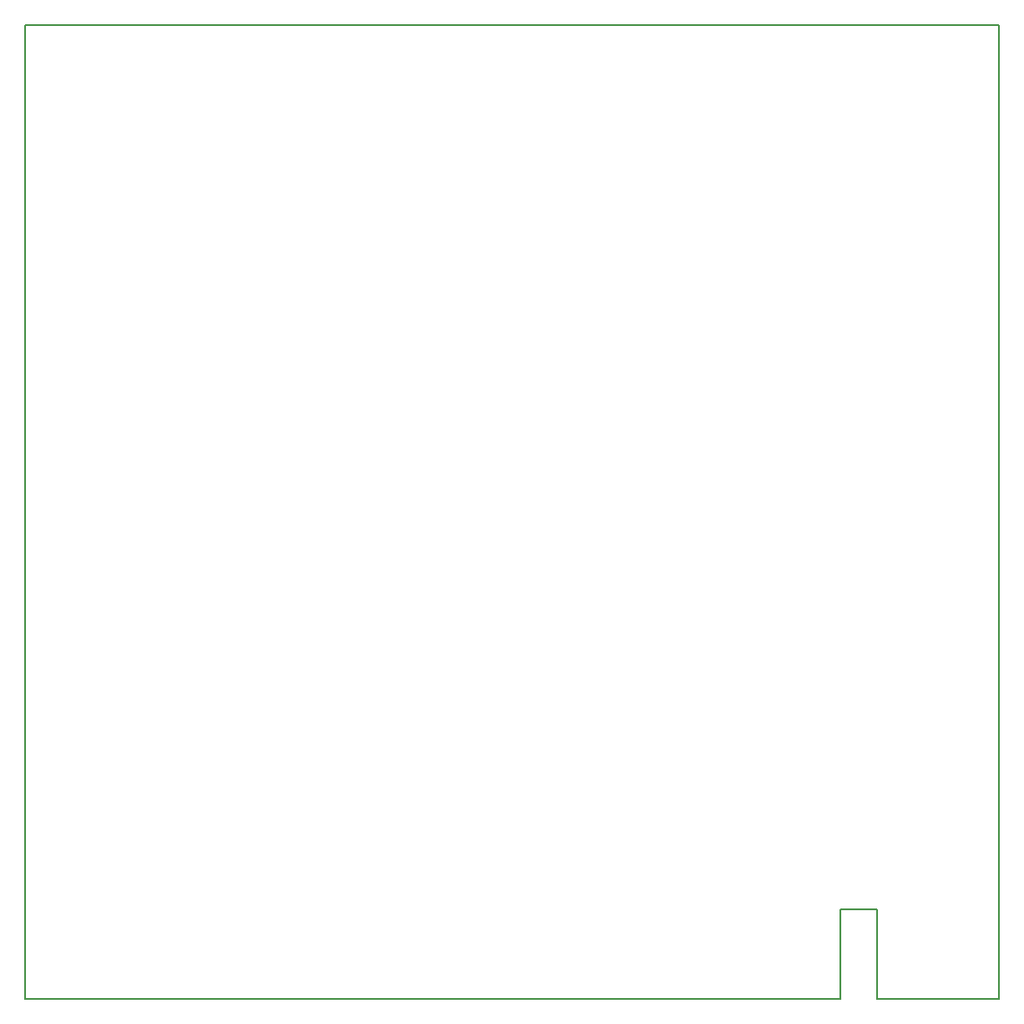
<source format=gbr>
G04 #@! TF.GenerationSoftware,KiCad,Pcbnew,(2017-07-31 revision 67ae5935d)-makepkg*
G04 #@! TF.CreationDate,2018-05-29T16:44:51-04:00*
G04 #@! TF.ProjectId,MainboardRev1,4D61696E626F617264526576312E6B69,rev?*
G04 #@! TF.SameCoordinates,Original*
G04 #@! TF.FileFunction,Profile,NP*
%FSLAX46Y46*%
G04 Gerber Fmt 4.6, Leading zero omitted, Abs format (unit mm)*
G04 Created by KiCad (PCBNEW (2017-07-31 revision 67ae5935d)-makepkg) date 05/29/18 16:44:51*
%MOMM*%
%LPD*%
G01*
G04 APERTURE LIST*
%ADD10C,0.150000*%
G04 APERTURE END LIST*
D10*
X50000000Y-50000000D02*
X142000000Y-50000000D01*
X50000000Y-50000000D02*
X50000000Y-142000000D01*
X127000000Y-142000000D02*
X127000000Y-133500000D01*
X130500000Y-133500000D02*
X127000000Y-133500000D01*
X130500000Y-142000000D02*
X130500000Y-133500000D01*
X142000000Y-142000000D02*
X130500000Y-142000000D01*
X142000000Y-142000000D02*
X142000000Y-50000000D01*
X50000000Y-142000000D02*
X127000000Y-142000000D01*
M02*

</source>
